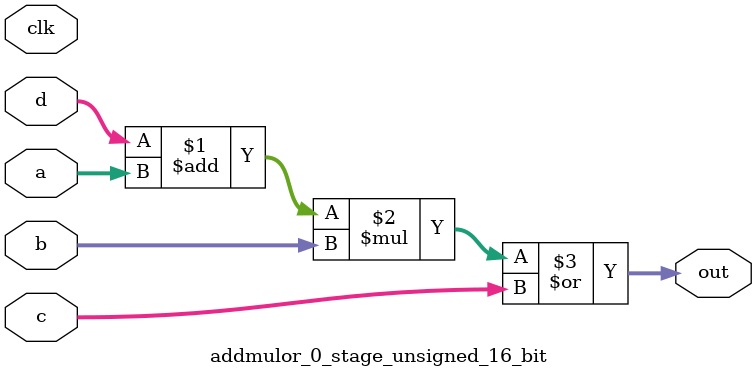
<source format=sv>
(* use_dsp = "yes" *) module addmulor_0_stage_unsigned_16_bit(
	input  [15:0] a,
	input  [15:0] b,
	input  [15:0] c,
	input  [15:0] d,
	output [15:0] out,
	input clk);

	assign out = ((d + a) * b) | c;
endmodule

</source>
